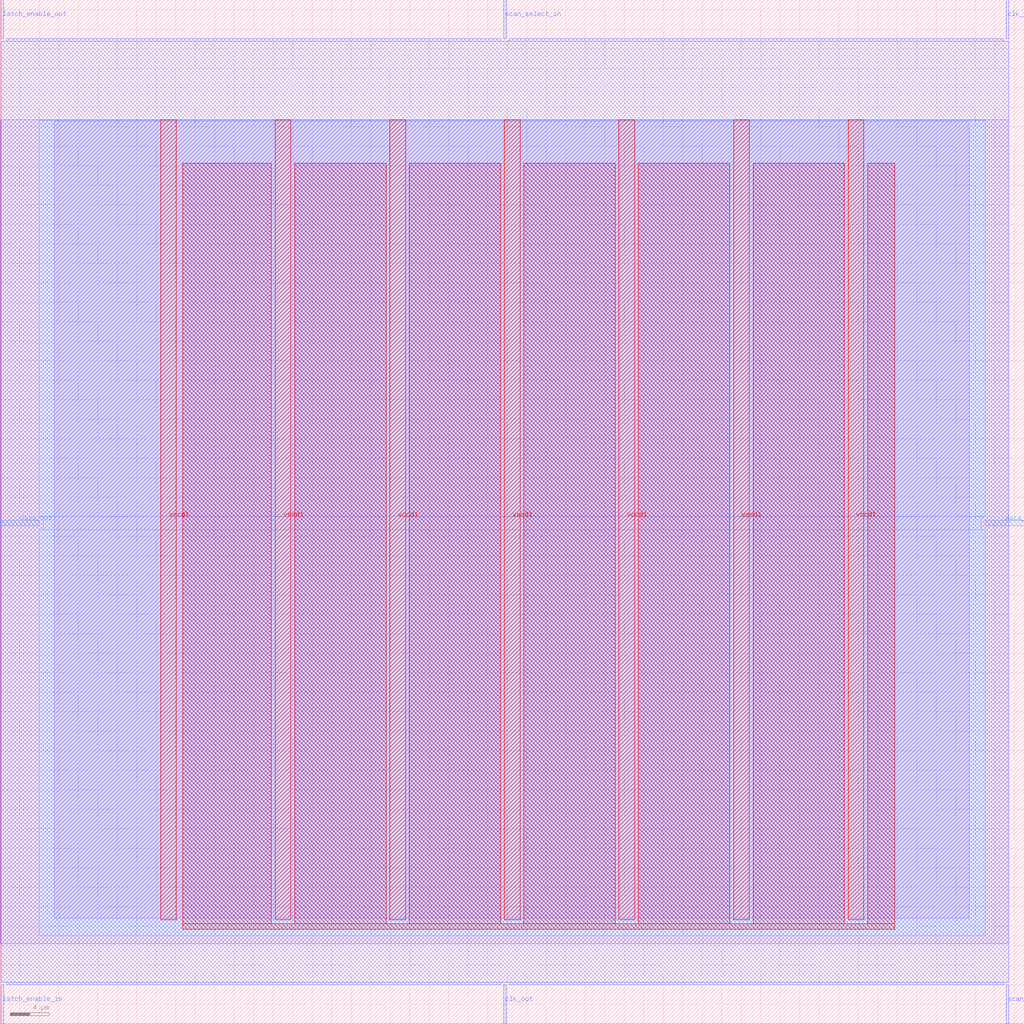
<source format=lef>
VERSION 5.7 ;
  NOWIREEXTENSIONATPIN ON ;
  DIVIDERCHAR "/" ;
  BUSBITCHARS "[]" ;
MACRO scan_wrapper_340579111348994642
  CLASS BLOCK ;
  FOREIGN scan_wrapper_340579111348994642 ;
  ORIGIN 0.000 0.000 ;
  SIZE 105.000 BY 105.000 ;
  PIN clk_in
    DIRECTION INPUT ;
    USE SIGNAL ;
    PORT
      LAYER met2 ;
        RECT 103.130 101.000 103.410 105.000 ;
    END
  END clk_in
  PIN clk_out
    DIRECTION OUTPUT TRISTATE ;
    USE SIGNAL ;
    PORT
      LAYER met2 ;
        RECT 51.610 0.000 51.890 4.000 ;
    END
  END clk_out
  PIN data_in
    DIRECTION INPUT ;
    USE SIGNAL ;
    PORT
      LAYER met3 ;
        RECT 101.000 51.040 105.000 51.640 ;
    END
  END data_in
  PIN data_out
    DIRECTION OUTPUT TRISTATE ;
    USE SIGNAL ;
    PORT
      LAYER met3 ;
        RECT 0.000 51.040 4.000 51.640 ;
    END
  END data_out
  PIN latch_enable_in
    DIRECTION INPUT ;
    USE SIGNAL ;
    PORT
      LAYER met2 ;
        RECT 0.090 0.000 0.370 4.000 ;
    END
  END latch_enable_in
  PIN latch_enable_out
    DIRECTION OUTPUT TRISTATE ;
    USE SIGNAL ;
    PORT
      LAYER met2 ;
        RECT 0.090 101.000 0.370 105.000 ;
    END
  END latch_enable_out
  PIN scan_select_in
    DIRECTION INPUT ;
    USE SIGNAL ;
    PORT
      LAYER met2 ;
        RECT 51.610 101.000 51.890 105.000 ;
    END
  END scan_select_in
  PIN scan_select_out
    DIRECTION OUTPUT TRISTATE ;
    USE SIGNAL ;
    PORT
      LAYER met2 ;
        RECT 103.130 0.000 103.410 4.000 ;
    END
  END scan_select_out
  PIN vccd1
    DIRECTION INOUT ;
    USE POWER ;
    PORT
      LAYER met4 ;
        RECT 16.465 10.640 18.065 92.720 ;
    END
    PORT
      LAYER met4 ;
        RECT 39.955 10.640 41.555 92.720 ;
    END
    PORT
      LAYER met4 ;
        RECT 63.445 10.640 65.045 92.720 ;
    END
    PORT
      LAYER met4 ;
        RECT 86.935 10.640 88.535 92.720 ;
    END
  END vccd1
  PIN vssd1
    DIRECTION INOUT ;
    USE GROUND ;
    PORT
      LAYER met4 ;
        RECT 28.210 10.640 29.810 92.720 ;
    END
    PORT
      LAYER met4 ;
        RECT 51.700 10.640 53.300 92.720 ;
    END
    PORT
      LAYER met4 ;
        RECT 75.190 10.640 76.790 92.720 ;
    END
  END vssd1
  OBS
      LAYER li1 ;
        RECT 5.520 10.795 99.360 92.565 ;
      LAYER met1 ;
        RECT 0.070 8.200 103.430 92.720 ;
      LAYER met2 ;
        RECT 0.650 100.720 51.330 101.000 ;
        RECT 52.170 100.720 102.850 101.000 ;
        RECT 0.100 4.280 103.400 100.720 ;
        RECT 0.650 4.000 51.330 4.280 ;
        RECT 52.170 4.000 102.850 4.280 ;
      LAYER met3 ;
        RECT 4.000 52.040 101.000 92.645 ;
        RECT 4.400 50.640 100.600 52.040 ;
        RECT 4.000 9.015 101.000 50.640 ;
      LAYER met4 ;
        RECT 18.695 10.240 27.810 88.225 ;
        RECT 30.210 10.240 39.555 88.225 ;
        RECT 41.955 10.240 51.300 88.225 ;
        RECT 53.700 10.240 63.045 88.225 ;
        RECT 65.445 10.240 74.790 88.225 ;
        RECT 77.190 10.240 86.535 88.225 ;
        RECT 88.935 10.240 91.705 88.225 ;
        RECT 18.695 9.695 91.705 10.240 ;
  END
END scan_wrapper_340579111348994642
END LIBRARY


</source>
